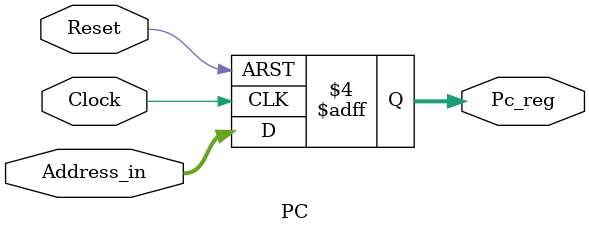
<source format=v>
module PC(Clock,Reset,Address_in,Pc_reg);
    input Clock;
    input Reset;
    input [31:0] Address_in;
    output reg[31:0] Pc_reg;

    initial begin
        Pc_reg <= 0;
    end
    always@(posedge Clock or negedge Reset)
    begin
        if (!Reset) //如果为0则初始化PC，否则接受新地址
        begin  
            Pc_reg <= 0;  
        end  
        else   
        begin
            Pc_reg <= Address_in;  
        end
    end
endmodule

</source>
